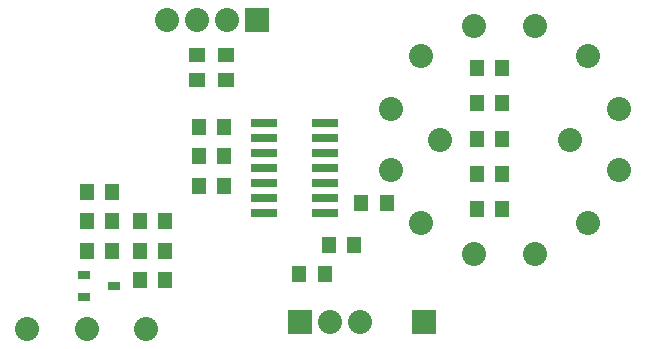
<source format=gts>
G04 (created by PCBNEW (2013-03-31 BZR 4008)-stable) date 2013-07-29 6:50:27 PM*
%MOIN*%
G04 Gerber Fmt 3.4, Leading zero omitted, Abs format*
%FSLAX34Y34*%
G01*
G70*
G90*
G04 APERTURE LIST*
%ADD10C,0.006*%
%ADD11R,0.0409748X0.0291748*%
%ADD12R,0.0465748X0.0565748*%
%ADD13R,0.0565748X0.0465748*%
%ADD14C,0.0802748*%
%ADD15R,0.0802748X0.0802748*%
%ADD16R,0.0881748X0.0251748*%
%ADD17C,0.080315*%
G04 APERTURE END LIST*
G54D10*
G54D11*
X14476Y-17716D03*
X13476Y-18091D03*
X13476Y-17341D03*
G54D12*
X22704Y-14960D03*
X23554Y-14960D03*
X17291Y-13385D03*
X18141Y-13385D03*
G54D13*
X17224Y-10858D03*
X17224Y-10008D03*
G54D12*
X26543Y-15157D03*
X27393Y-15157D03*
X26543Y-13976D03*
X27393Y-13976D03*
X26543Y-12795D03*
X27393Y-12795D03*
X26543Y-11614D03*
X27393Y-11614D03*
X26543Y-10433D03*
X27393Y-10433D03*
X15323Y-16535D03*
X16173Y-16535D03*
X13551Y-15551D03*
X14401Y-15551D03*
X15323Y-15551D03*
X16173Y-15551D03*
G54D13*
X18208Y-10858D03*
X18208Y-10008D03*
G54D12*
X18141Y-12401D03*
X17291Y-12401D03*
X17291Y-14370D03*
X18141Y-14370D03*
X21487Y-17322D03*
X20637Y-17322D03*
X15323Y-17519D03*
X16173Y-17519D03*
X22472Y-16338D03*
X21622Y-16338D03*
X13551Y-16535D03*
X14401Y-16535D03*
X14401Y-14566D03*
X13551Y-14566D03*
G54D14*
X13543Y-19133D03*
X11574Y-19133D03*
X15511Y-19133D03*
G54D15*
X19216Y-8858D03*
G54D14*
X18216Y-8858D03*
X17216Y-8858D03*
X16216Y-8858D03*
G54D15*
X24803Y-18897D03*
G54D14*
X21653Y-18897D03*
X22653Y-18897D03*
G54D15*
X20653Y-18897D03*
G54D16*
X21495Y-15279D03*
X21495Y-14779D03*
X21495Y-14279D03*
X21495Y-13779D03*
X21495Y-13279D03*
X21495Y-12779D03*
X21495Y-12279D03*
X19449Y-12279D03*
X19449Y-12779D03*
X19449Y-13279D03*
X19449Y-13779D03*
X19449Y-14279D03*
X19449Y-14779D03*
X19449Y-15279D03*
G54D17*
X23677Y-11814D03*
X24696Y-10051D03*
X26460Y-9031D03*
X28500Y-9031D03*
X30263Y-10051D03*
X31283Y-11814D03*
X29645Y-12834D03*
X25314Y-12834D03*
X23677Y-13854D03*
X24696Y-15618D03*
X26460Y-16637D03*
X28500Y-16637D03*
X30263Y-15618D03*
X31283Y-13854D03*
M02*

</source>
